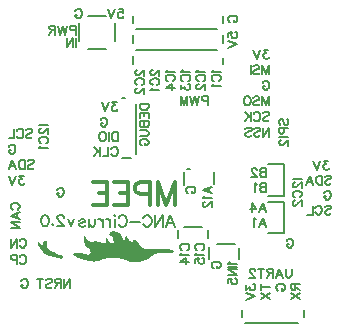
<source format=gbo>
G04 Layer: BottomSilkscreenLayer*
G04 EasyEDA v6.5.40, 2024-02-04 21:12:00*
G04 47bb9c72da8d420c99b3d15ae168fc4e,2e16165ee3bb4678bfb3015e44e098b9,10*
G04 Gerber Generator version 0.2*
G04 Scale: 100 percent, Rotated: No, Reflected: No *
G04 Dimensions in millimeters *
G04 leading zeros omitted , absolute positions ,4 integer and 5 decimal *
%FSLAX45Y45*%
%MOMM*%

%ADD10C,0.1500*%
%ADD11C,0.3000*%
%ADD12C,0.2000*%
%ADD13C,0.1750*%

%LPD*%
G36*
X685190Y-1979777D02*
G01*
X679602Y-1980082D01*
X674370Y-1980793D01*
X669594Y-1981911D01*
X665378Y-1983384D01*
X661822Y-1985314D01*
X659028Y-1987651D01*
X657047Y-1990343D01*
X654862Y-1995424D01*
X653796Y-2000046D01*
X653796Y-2004263D01*
X654862Y-2008073D01*
X657047Y-2011527D01*
X660349Y-2014575D01*
X664768Y-2017268D01*
X670255Y-2019604D01*
X675995Y-2022652D01*
X680720Y-2027224D01*
X684225Y-2033117D01*
X686308Y-2040026D01*
X691337Y-2068525D01*
X691692Y-2072690D01*
X691235Y-2076196D01*
X690016Y-2078939D01*
X688136Y-2081022D01*
X685698Y-2082444D01*
X682802Y-2083206D01*
X679551Y-2083358D01*
X676046Y-2082850D01*
X672287Y-2081784D01*
X668477Y-2080158D01*
X664667Y-2077974D01*
X660908Y-2075281D01*
X657301Y-2072030D01*
X653999Y-2068322D01*
X651052Y-2064105D01*
X645515Y-2053336D01*
X642620Y-2048256D01*
X639775Y-2044192D01*
X637082Y-2041194D01*
X634593Y-2039213D01*
X632358Y-2038299D01*
X630326Y-2038451D01*
X628599Y-2039721D01*
X627227Y-2042007D01*
X626160Y-2045360D01*
X625551Y-2049830D01*
X625195Y-2061159D01*
X624789Y-2066036D01*
X624078Y-2070049D01*
X622858Y-2073198D01*
X621182Y-2075586D01*
X618896Y-2077212D01*
X615950Y-2078177D01*
X612241Y-2078431D01*
X607669Y-2078075D01*
X602234Y-2077110D01*
X571500Y-2069084D01*
X556971Y-2065883D01*
X550621Y-2064715D01*
X539699Y-2063394D01*
X535178Y-2063242D01*
X531368Y-2063394D01*
X528167Y-2063851D01*
X525678Y-2064664D01*
X521004Y-2067712D01*
X517550Y-2068931D01*
X513638Y-2069439D01*
X509320Y-2069338D01*
X504698Y-2068626D01*
X499872Y-2067356D01*
X494842Y-2065578D01*
X489762Y-2063292D01*
X484682Y-2060549D01*
X479653Y-2057450D01*
X474827Y-2053945D01*
X470204Y-2050084D01*
X465886Y-2045970D01*
X461975Y-2041550D01*
X458520Y-2036978D01*
X451815Y-2026005D01*
X448208Y-2021839D01*
X444906Y-2019655D01*
X441959Y-2019401D01*
X439470Y-2021027D01*
X437591Y-2024583D01*
X436372Y-2030018D01*
X435965Y-2037283D01*
X436219Y-2043125D01*
X436930Y-2049627D01*
X438048Y-2056536D01*
X441350Y-2070862D01*
X443331Y-2077923D01*
X445516Y-2084578D01*
X447801Y-2090724D01*
X450138Y-2096109D01*
X452475Y-2100580D01*
X454710Y-2103882D01*
X456895Y-2105914D01*
X462280Y-2109419D01*
X467258Y-2113076D01*
X471779Y-2116836D01*
X475945Y-2120646D01*
X479653Y-2124557D01*
X482955Y-2128469D01*
X485851Y-2132380D01*
X488289Y-2136292D01*
X490372Y-2140153D01*
X492048Y-2143912D01*
X493268Y-2147620D01*
X494131Y-2151176D01*
X494538Y-2154580D01*
X494588Y-2157882D01*
X494233Y-2160930D01*
X493420Y-2163775D01*
X492251Y-2166366D01*
X490677Y-2168702D01*
X488696Y-2170734D01*
X486359Y-2172462D01*
X483616Y-2173884D01*
X480415Y-2174900D01*
X476910Y-2175510D01*
X472948Y-2175713D01*
X468630Y-2175510D01*
X463905Y-2174798D01*
X458774Y-2173630D01*
X448309Y-2170480D01*
X442163Y-2169160D01*
X435101Y-2168042D01*
X418947Y-2166264D01*
X401421Y-2165197D01*
X384098Y-2164892D01*
X368503Y-2165248D01*
X361848Y-2165756D01*
X356209Y-2166467D01*
X351790Y-2167331D01*
X348792Y-2168448D01*
X347370Y-2169769D01*
X346913Y-2171954D01*
X347167Y-2174240D01*
X348081Y-2176576D01*
X349605Y-2178964D01*
X351790Y-2181402D01*
X354533Y-2183942D01*
X357784Y-2186482D01*
X365810Y-2191613D01*
X375666Y-2196795D01*
X386994Y-2201926D01*
X399592Y-2206955D01*
X413207Y-2211781D01*
X427583Y-2216353D01*
X442417Y-2220569D01*
X457504Y-2224379D01*
X472541Y-2227732D01*
X487324Y-2230526D01*
X501497Y-2232660D01*
X514908Y-2234082D01*
X527253Y-2234742D01*
X538276Y-2234539D01*
X543255Y-2234133D01*
X547725Y-2233422D01*
X551789Y-2232507D01*
X555345Y-2231339D01*
X562813Y-2227427D01*
X572160Y-2222906D01*
X582168Y-2218791D01*
X592734Y-2215184D01*
X603808Y-2211984D01*
X615340Y-2209292D01*
X627278Y-2207006D01*
X639521Y-2205228D01*
X652018Y-2203856D01*
X664768Y-2202992D01*
X677621Y-2202535D01*
X690524Y-2202586D01*
X703427Y-2203043D01*
X716330Y-2204008D01*
X729081Y-2205380D01*
X741680Y-2207209D01*
X754024Y-2209546D01*
X766064Y-2212289D01*
X777748Y-2215489D01*
X788974Y-2219147D01*
X799744Y-2223262D01*
X809904Y-2227884D01*
X818743Y-2232202D01*
X823010Y-2233828D01*
X827633Y-2235250D01*
X837844Y-2237536D01*
X849071Y-2238959D01*
X861161Y-2239670D01*
X873861Y-2239670D01*
X887018Y-2238908D01*
X900430Y-2237536D01*
X913841Y-2235504D01*
X927100Y-2232863D01*
X939952Y-2229662D01*
X952246Y-2225903D01*
X963777Y-2221585D01*
X969213Y-2219299D01*
X974344Y-2216861D01*
X983640Y-2211628D01*
X987806Y-2208885D01*
X991616Y-2205990D01*
X1010310Y-2189073D01*
X1019149Y-2181910D01*
X1023366Y-2178913D01*
X1031748Y-2173935D01*
X1036066Y-2171954D01*
X1040485Y-2170226D01*
X1045108Y-2168804D01*
X1050086Y-2167585D01*
X1055370Y-2166569D01*
X1067257Y-2165146D01*
X1081328Y-2164334D01*
X1149858Y-2163267D01*
X1169009Y-2162759D01*
X1182217Y-2161794D01*
X1186942Y-2161133D01*
X1190650Y-2160270D01*
X1193393Y-2159203D01*
X1195324Y-2157933D01*
X1196594Y-2156409D01*
X1197356Y-2154580D01*
X1197762Y-2152497D01*
X1197864Y-2147316D01*
X1197559Y-2145538D01*
X1196594Y-2143861D01*
X1195070Y-2142236D01*
X1192936Y-2140661D01*
X1186992Y-2137714D01*
X1179017Y-2135073D01*
X1169162Y-2132685D01*
X1157630Y-2130653D01*
X1144574Y-2128926D01*
X1130249Y-2127554D01*
X1114806Y-2126589D01*
X1098397Y-2126030D01*
X1081227Y-2125878D01*
X1063498Y-2126132D01*
X1045362Y-2126894D01*
X1010107Y-2129180D01*
X994511Y-2129332D01*
X987247Y-2129129D01*
X973632Y-2128012D01*
X967282Y-2127148D01*
X961186Y-2126030D01*
X955446Y-2124710D01*
X949960Y-2123135D01*
X944727Y-2121357D01*
X935126Y-2117039D01*
X930656Y-2114499D01*
X926439Y-2111705D01*
X922477Y-2108708D01*
X918718Y-2105456D01*
X915162Y-2101900D01*
X911860Y-2098141D01*
X908710Y-2094077D01*
X905764Y-2089759D01*
X903020Y-2085187D01*
X896264Y-2072843D01*
X891844Y-2066442D01*
X887221Y-2061057D01*
X882497Y-2056790D01*
X877722Y-2053589D01*
X873048Y-2051557D01*
X868527Y-2050694D01*
X864209Y-2051050D01*
X860247Y-2052624D01*
X856742Y-2055418D01*
X853694Y-2059482D01*
X848766Y-2070760D01*
X846531Y-2073198D01*
X844092Y-2072436D01*
X838301Y-2064969D01*
X834948Y-2062124D01*
X831392Y-2060143D01*
X828141Y-2059432D01*
X824534Y-2057755D01*
X820115Y-2053132D01*
X815390Y-2046325D01*
X807872Y-2031847D01*
X804824Y-2027021D01*
X801827Y-2023465D01*
X799033Y-2021230D01*
X796442Y-2020163D01*
X794105Y-2020366D01*
X792073Y-2021738D01*
X790448Y-2024278D01*
X789228Y-2028037D01*
X788466Y-2032914D01*
X788263Y-2038908D01*
X789279Y-2054047D01*
X789482Y-2060600D01*
X789330Y-2065070D01*
X788771Y-2066696D01*
X785876Y-2065832D01*
X782523Y-2063496D01*
X778916Y-2059838D01*
X775208Y-2055114D01*
X771601Y-2049525D01*
X768146Y-2043277D01*
X765098Y-2036572D01*
X760679Y-2024684D01*
X758291Y-2019655D01*
X755446Y-2014728D01*
X752246Y-2009902D01*
X748690Y-2005380D01*
X744829Y-2001113D01*
X740816Y-1997252D01*
X736600Y-1993900D01*
X731926Y-1990852D01*
X726795Y-1988210D01*
X721258Y-1985873D01*
X715416Y-1983943D01*
X709371Y-1982368D01*
X703275Y-1981149D01*
X697128Y-1980285D01*
X691083Y-1979828D01*
G37*
G36*
X119075Y-2059939D02*
G01*
X115620Y-2060092D01*
X110947Y-2060752D01*
X106578Y-2061718D01*
X102870Y-2063191D01*
X99669Y-2065426D01*
X96824Y-2068575D01*
X94132Y-2072843D01*
X91490Y-2078482D01*
X88747Y-2085644D01*
X85750Y-2094534D01*
X84328Y-2094484D01*
X81127Y-2092452D01*
X76555Y-2088845D01*
X67005Y-2080310D01*
X63347Y-2077415D01*
X60045Y-2075281D01*
X57150Y-2073910D01*
X54660Y-2073198D01*
X52578Y-2073148D01*
X50850Y-2073656D01*
X49580Y-2074773D01*
X48615Y-2076348D01*
X48056Y-2078431D01*
X47904Y-2080971D01*
X48056Y-2083917D01*
X49479Y-2090775D01*
X52324Y-2098802D01*
X56540Y-2107539D01*
X62128Y-2116785D01*
X65379Y-2121458D01*
X72847Y-2130755D01*
X91338Y-2150668D01*
X98755Y-2159508D01*
X103479Y-2165959D01*
X106426Y-2170785D01*
X109372Y-2173122D01*
X112979Y-2174697D01*
X121716Y-2175814D01*
X127762Y-2177288D01*
X134213Y-2179472D01*
X144221Y-2183892D01*
X153974Y-2187752D01*
X165862Y-2191766D01*
X179171Y-2195830D01*
X193192Y-2199741D01*
X207162Y-2203297D01*
X220471Y-2206345D01*
X232359Y-2208682D01*
X242163Y-2210155D01*
X249123Y-2210612D01*
X251307Y-2210358D01*
X256032Y-2208784D01*
X259740Y-2206650D01*
X262382Y-2204008D01*
X264109Y-2201011D01*
X264871Y-2197862D01*
X264668Y-2194610D01*
X263601Y-2191512D01*
X261670Y-2188616D01*
X258876Y-2186076D01*
X255320Y-2184095D01*
X250952Y-2182774D01*
X241503Y-2181961D01*
X236829Y-2181047D01*
X231851Y-2179726D01*
X226771Y-2177999D01*
X221691Y-2175865D01*
X216814Y-2173478D01*
X212293Y-2170836D01*
X200761Y-2162606D01*
X193548Y-2158085D01*
X187502Y-2154986D01*
X183438Y-2153818D01*
X178358Y-2153361D01*
X173380Y-2152446D01*
X168452Y-2151024D01*
X163728Y-2149195D01*
X159105Y-2146960D01*
X154635Y-2144369D01*
X150368Y-2141372D01*
X146304Y-2138070D01*
X142494Y-2134463D01*
X138938Y-2130552D01*
X135686Y-2126437D01*
X132740Y-2122068D01*
X130098Y-2117547D01*
X127812Y-2112822D01*
X125933Y-2107946D01*
X124409Y-2102967D01*
X123291Y-2097938D01*
X122682Y-2092807D01*
X122478Y-2087625D01*
X124002Y-2068931D01*
X123850Y-2064766D01*
X123088Y-2062022D01*
X121564Y-2060498D01*
G37*
D10*
X2476385Y-1771680D02*
G01*
X2483657Y-1764405D01*
X2494567Y-1760771D01*
X2509113Y-1760771D01*
X2520022Y-1764405D01*
X2527294Y-1771680D01*
X2527294Y-1778952D01*
X2523657Y-1786224D01*
X2520022Y-1789861D01*
X2512748Y-1793496D01*
X2490932Y-1800771D01*
X2483657Y-1804405D01*
X2480022Y-1808043D01*
X2476385Y-1815315D01*
X2476385Y-1826224D01*
X2483657Y-1833496D01*
X2494567Y-1837133D01*
X2509113Y-1837133D01*
X2520022Y-1833496D01*
X2527294Y-1826224D01*
X2397841Y-1778952D02*
G01*
X2401476Y-1771680D01*
X2408750Y-1764405D01*
X2416022Y-1760771D01*
X2430566Y-1760771D01*
X2437841Y-1764405D01*
X2445113Y-1771680D01*
X2448750Y-1778952D01*
X2452385Y-1789861D01*
X2452385Y-1808043D01*
X2448750Y-1818952D01*
X2445113Y-1826224D01*
X2437841Y-1833496D01*
X2430566Y-1837133D01*
X2416022Y-1837133D01*
X2408750Y-1833496D01*
X2401476Y-1826224D01*
X2397841Y-1818952D01*
X2373840Y-1760771D02*
G01*
X2373840Y-1837133D01*
X2373840Y-1837133D02*
G01*
X2330203Y-1837133D01*
X2472748Y-1651952D02*
G01*
X2476385Y-1644680D01*
X2483657Y-1637405D01*
X2490932Y-1633771D01*
X2505476Y-1633771D01*
X2512748Y-1637405D01*
X2520022Y-1644680D01*
X2523657Y-1651952D01*
X2527294Y-1662861D01*
X2527294Y-1681043D01*
X2523657Y-1691952D01*
X2520022Y-1699224D01*
X2512748Y-1706496D01*
X2505476Y-1710133D01*
X2490932Y-1710133D01*
X2483657Y-1706496D01*
X2476385Y-1699224D01*
X2472748Y-1691952D01*
X2472748Y-1681043D01*
X2490932Y-1681043D02*
G01*
X2472748Y-1681043D01*
X2476385Y-1517680D02*
G01*
X2483657Y-1510405D01*
X2494567Y-1506771D01*
X2509113Y-1506771D01*
X2520022Y-1510405D01*
X2527294Y-1517680D01*
X2527294Y-1524952D01*
X2523657Y-1532224D01*
X2520022Y-1535861D01*
X2512748Y-1539496D01*
X2490932Y-1546771D01*
X2483657Y-1550405D01*
X2480022Y-1554043D01*
X2476385Y-1561315D01*
X2476385Y-1572224D01*
X2483657Y-1579496D01*
X2494567Y-1583133D01*
X2509113Y-1583133D01*
X2520022Y-1579496D01*
X2527294Y-1572224D01*
X2452385Y-1506771D02*
G01*
X2452385Y-1583133D01*
X2452385Y-1506771D02*
G01*
X2426931Y-1506771D01*
X2416022Y-1510405D01*
X2408750Y-1517680D01*
X2405113Y-1524952D01*
X2401476Y-1535861D01*
X2401476Y-1554043D01*
X2405113Y-1564952D01*
X2408750Y-1572224D01*
X2416022Y-1579496D01*
X2426931Y-1583133D01*
X2452385Y-1583133D01*
X2348384Y-1506771D02*
G01*
X2377478Y-1583133D01*
X2348384Y-1506771D02*
G01*
X2319294Y-1583133D01*
X2366568Y-1557680D02*
G01*
X2330203Y-1557680D01*
X2507322Y-1379771D02*
G01*
X2467322Y-1379771D01*
X2489141Y-1408861D01*
X2478232Y-1408861D01*
X2470957Y-1412497D01*
X2467322Y-1416133D01*
X2463685Y-1427043D01*
X2463685Y-1434315D01*
X2467322Y-1445224D01*
X2474595Y-1452496D01*
X2485504Y-1456133D01*
X2496413Y-1456133D01*
X2507322Y-1452496D01*
X2510957Y-1448861D01*
X2514594Y-1441587D01*
X2439685Y-1379771D02*
G01*
X2410595Y-1456133D01*
X2381504Y-1379771D02*
G01*
X2410595Y-1456133D01*
X2205225Y-1536702D02*
G01*
X2281679Y-1536702D01*
X2223513Y-1564388D02*
G01*
X2219703Y-1564388D01*
X2212591Y-1567944D01*
X2208781Y-1571500D01*
X2205225Y-1578866D01*
X2205225Y-1593344D01*
X2208781Y-1600710D01*
X2212591Y-1604266D01*
X2219703Y-1608076D01*
X2227069Y-1608076D01*
X2234435Y-1604266D01*
X2245357Y-1597154D01*
X2281679Y-1560578D01*
X2281679Y-1611632D01*
X2223513Y-1690118D02*
G01*
X2216147Y-1686562D01*
X2208781Y-1679196D01*
X2205225Y-1672084D01*
X2205225Y-1657352D01*
X2208781Y-1650240D01*
X2216147Y-1642874D01*
X2223513Y-1639318D01*
X2234435Y-1635508D01*
X2252469Y-1635508D01*
X2263391Y-1639318D01*
X2270757Y-1642874D01*
X2277869Y-1650240D01*
X2281679Y-1657352D01*
X2281679Y-1672084D01*
X2277869Y-1679196D01*
X2270757Y-1686562D01*
X2263391Y-1690118D01*
X2223513Y-1717804D02*
G01*
X2219703Y-1717804D01*
X2212591Y-1721360D01*
X2208781Y-1725170D01*
X2205225Y-1732282D01*
X2205225Y-1746760D01*
X2208781Y-1754126D01*
X2212591Y-1757682D01*
X2219703Y-1761492D01*
X2227069Y-1761492D01*
X2234435Y-1757682D01*
X2245357Y-1750570D01*
X2281679Y-1714248D01*
X2281679Y-1765048D01*
X2006594Y-1100371D02*
G01*
X2006594Y-1176733D01*
X2006594Y-1100371D02*
G01*
X1955685Y-1176733D01*
X1955685Y-1100371D02*
G01*
X1955685Y-1176733D01*
X1880776Y-1111280D02*
G01*
X1888050Y-1104005D01*
X1898959Y-1100371D01*
X1913503Y-1100371D01*
X1924413Y-1104005D01*
X1931685Y-1111280D01*
X1931685Y-1118552D01*
X1928050Y-1125824D01*
X1924413Y-1129461D01*
X1917141Y-1133096D01*
X1895322Y-1140371D01*
X1888050Y-1144005D01*
X1884413Y-1147643D01*
X1880776Y-1154915D01*
X1880776Y-1165824D01*
X1888050Y-1173096D01*
X1898959Y-1176733D01*
X1913503Y-1176733D01*
X1924413Y-1173096D01*
X1931685Y-1165824D01*
X1805868Y-1111280D02*
G01*
X1813140Y-1104005D01*
X1824050Y-1100371D01*
X1838594Y-1100371D01*
X1849503Y-1104005D01*
X1856778Y-1111280D01*
X1856778Y-1118552D01*
X1853140Y-1125824D01*
X1849503Y-1129461D01*
X1842231Y-1133096D01*
X1820412Y-1140371D01*
X1813140Y-1144005D01*
X1809503Y-1147643D01*
X1805868Y-1154915D01*
X1805868Y-1165824D01*
X1813140Y-1173096D01*
X1824050Y-1176733D01*
X1838594Y-1176733D01*
X1849503Y-1173096D01*
X1856778Y-1165824D01*
X1955685Y-979200D02*
G01*
X1962957Y-971925D01*
X1973867Y-968291D01*
X1988413Y-968291D01*
X1999322Y-971925D01*
X2006594Y-979200D01*
X2006594Y-986472D01*
X2002957Y-993744D01*
X1999322Y-997381D01*
X1992048Y-1001016D01*
X1970232Y-1008291D01*
X1962957Y-1011925D01*
X1959322Y-1015563D01*
X1955685Y-1022835D01*
X1955685Y-1033744D01*
X1962957Y-1041016D01*
X1973867Y-1044653D01*
X1988413Y-1044653D01*
X1999322Y-1041016D01*
X2006594Y-1033744D01*
X1877141Y-986472D02*
G01*
X1880776Y-979200D01*
X1888050Y-971925D01*
X1895322Y-968291D01*
X1909866Y-968291D01*
X1917141Y-971925D01*
X1924413Y-979200D01*
X1928050Y-986472D01*
X1931685Y-997381D01*
X1931685Y-1015563D01*
X1928050Y-1026472D01*
X1924413Y-1033744D01*
X1917141Y-1041016D01*
X1909866Y-1044653D01*
X1895322Y-1044653D01*
X1888050Y-1041016D01*
X1880776Y-1033744D01*
X1877141Y-1026472D01*
X1853140Y-968291D02*
G01*
X1853140Y-1044653D01*
X1802231Y-968291D02*
G01*
X1853140Y-1019200D01*
X1834959Y-1001016D02*
G01*
X1802231Y-1044653D01*
X2006594Y-836211D02*
G01*
X2006594Y-912573D01*
X2006594Y-836211D02*
G01*
X1977504Y-912573D01*
X1948413Y-836211D02*
G01*
X1977504Y-912573D01*
X1948413Y-836211D02*
G01*
X1948413Y-912573D01*
X1873504Y-847120D02*
G01*
X1880776Y-839845D01*
X1891685Y-836211D01*
X1906231Y-836211D01*
X1917141Y-839845D01*
X1924413Y-847120D01*
X1924413Y-854392D01*
X1920775Y-861664D01*
X1917141Y-865301D01*
X1909866Y-868936D01*
X1888050Y-876211D01*
X1880776Y-879845D01*
X1877141Y-883483D01*
X1873504Y-890755D01*
X1873504Y-901664D01*
X1880776Y-908936D01*
X1891685Y-912573D01*
X1906231Y-912573D01*
X1917141Y-908936D01*
X1924413Y-901664D01*
X1827684Y-836211D02*
G01*
X1834959Y-839845D01*
X1842231Y-847120D01*
X1845868Y-854392D01*
X1849503Y-865301D01*
X1849503Y-883483D01*
X1845868Y-894392D01*
X1842231Y-901664D01*
X1834959Y-908936D01*
X1827684Y-912573D01*
X1813140Y-912573D01*
X1805868Y-908936D01*
X1798594Y-901664D01*
X1794959Y-894392D01*
X1791322Y-883483D01*
X1791322Y-865301D01*
X1794959Y-854392D01*
X1798594Y-847120D01*
X1805868Y-839845D01*
X1813140Y-836211D01*
X1827684Y-836211D01*
X1952048Y-722312D02*
G01*
X1955685Y-715040D01*
X1962957Y-707765D01*
X1970232Y-704131D01*
X1984776Y-704131D01*
X1992048Y-707765D01*
X1999322Y-715040D01*
X2002957Y-722312D01*
X2006594Y-733221D01*
X2006594Y-751403D01*
X2002957Y-762312D01*
X1999322Y-769584D01*
X1992048Y-776856D01*
X1984776Y-780493D01*
X1970232Y-780493D01*
X1962957Y-776856D01*
X1955685Y-769584D01*
X1952048Y-762312D01*
X1952048Y-751403D01*
X1970232Y-751403D02*
G01*
X1952048Y-751403D01*
X2006594Y-572053D02*
G01*
X2006594Y-648416D01*
X2006594Y-572053D02*
G01*
X1977504Y-648416D01*
X1948413Y-572053D02*
G01*
X1977504Y-648416D01*
X1948413Y-572053D02*
G01*
X1948413Y-648416D01*
X1873504Y-582963D02*
G01*
X1880776Y-575688D01*
X1891685Y-572053D01*
X1906231Y-572053D01*
X1917141Y-575688D01*
X1924413Y-582963D01*
X1924413Y-590235D01*
X1920775Y-597507D01*
X1917141Y-601144D01*
X1909866Y-604779D01*
X1888050Y-612053D01*
X1880776Y-615688D01*
X1877141Y-619325D01*
X1873504Y-626597D01*
X1873504Y-637506D01*
X1880776Y-644779D01*
X1891685Y-648416D01*
X1906231Y-648416D01*
X1917141Y-644779D01*
X1924413Y-637506D01*
X1849503Y-572053D02*
G01*
X1849503Y-648416D01*
X1999322Y-439973D02*
G01*
X1959322Y-439973D01*
X1981141Y-469064D01*
X1970232Y-469064D01*
X1962957Y-472699D01*
X1959322Y-476336D01*
X1955685Y-487245D01*
X1955685Y-494517D01*
X1959322Y-505426D01*
X1966595Y-512698D01*
X1977504Y-516336D01*
X1988413Y-516336D01*
X1999322Y-512698D01*
X2002957Y-509064D01*
X2006594Y-501789D01*
X1931685Y-439973D02*
G01*
X1902594Y-516336D01*
X1873504Y-439973D02*
G01*
X1902594Y-516336D01*
X889952Y-613237D02*
G01*
X886315Y-613237D01*
X879043Y-616872D01*
X875405Y-620509D01*
X871771Y-627781D01*
X871771Y-642327D01*
X875405Y-649599D01*
X879043Y-653237D01*
X886315Y-656871D01*
X893587Y-656871D01*
X900861Y-653237D01*
X911771Y-645962D01*
X948133Y-609600D01*
X948133Y-660509D01*
X889952Y-739053D02*
G01*
X882680Y-735418D01*
X875405Y-728144D01*
X871771Y-720872D01*
X871771Y-706328D01*
X875405Y-699053D01*
X882680Y-691781D01*
X889952Y-688144D01*
X900861Y-684509D01*
X919043Y-684509D01*
X929952Y-688144D01*
X937224Y-691781D01*
X944496Y-699053D01*
X948133Y-706328D01*
X948133Y-720872D01*
X944496Y-728144D01*
X937224Y-735418D01*
X929952Y-739053D01*
X889952Y-766691D02*
G01*
X886315Y-766691D01*
X879043Y-770326D01*
X875405Y-773963D01*
X871771Y-781235D01*
X871771Y-795781D01*
X875405Y-803054D01*
X879043Y-806691D01*
X886315Y-810326D01*
X893587Y-810326D01*
X900861Y-806691D01*
X911771Y-799416D01*
X948133Y-763054D01*
X948133Y-813963D01*
X1019492Y-613237D02*
G01*
X1015855Y-613237D01*
X1008583Y-616872D01*
X1004945Y-620509D01*
X1001311Y-627781D01*
X1001311Y-642327D01*
X1004945Y-649599D01*
X1008583Y-653237D01*
X1015855Y-656871D01*
X1023127Y-656871D01*
X1030401Y-653237D01*
X1041311Y-645962D01*
X1077673Y-609600D01*
X1077673Y-660509D01*
X1019492Y-739053D02*
G01*
X1012220Y-735418D01*
X1004945Y-728144D01*
X1001311Y-720872D01*
X1001311Y-706328D01*
X1004945Y-699053D01*
X1012220Y-691781D01*
X1019492Y-688144D01*
X1030401Y-684509D01*
X1048583Y-684509D01*
X1059492Y-688144D01*
X1066764Y-691781D01*
X1074036Y-699053D01*
X1077673Y-706328D01*
X1077673Y-720872D01*
X1074036Y-728144D01*
X1066764Y-735418D01*
X1059492Y-739053D01*
X1015855Y-763054D02*
G01*
X1012220Y-770326D01*
X1001311Y-781235D01*
X1077673Y-781235D01*
X1145395Y-609600D02*
G01*
X1141760Y-616872D01*
X1130851Y-627781D01*
X1207213Y-627781D01*
X1149032Y-706328D02*
G01*
X1141760Y-702690D01*
X1134485Y-695418D01*
X1130851Y-688144D01*
X1130851Y-673600D01*
X1134485Y-666328D01*
X1141760Y-659053D01*
X1149032Y-655419D01*
X1159941Y-651781D01*
X1178123Y-651781D01*
X1189032Y-655419D01*
X1196304Y-659053D01*
X1203576Y-666328D01*
X1207213Y-673600D01*
X1207213Y-688144D01*
X1203576Y-695418D01*
X1196304Y-702690D01*
X1189032Y-706328D01*
X1130851Y-766691D02*
G01*
X1181760Y-730326D01*
X1181760Y-784872D01*
X1130851Y-766691D02*
G01*
X1207213Y-766691D01*
X1274935Y-609600D02*
G01*
X1271300Y-616872D01*
X1260391Y-627781D01*
X1336753Y-627781D01*
X1278572Y-706328D02*
G01*
X1271300Y-702690D01*
X1264025Y-695418D01*
X1260391Y-688144D01*
X1260391Y-673600D01*
X1264025Y-666328D01*
X1271300Y-659053D01*
X1278572Y-655419D01*
X1289481Y-651781D01*
X1307663Y-651781D01*
X1318572Y-655419D01*
X1325844Y-659053D01*
X1333116Y-666328D01*
X1336753Y-673600D01*
X1336753Y-688144D01*
X1333116Y-695418D01*
X1325844Y-702690D01*
X1318572Y-706328D01*
X1260391Y-737600D02*
G01*
X1260391Y-777600D01*
X1289481Y-755782D01*
X1289481Y-766691D01*
X1293116Y-773963D01*
X1296753Y-777600D01*
X1307663Y-781235D01*
X1314935Y-781235D01*
X1325844Y-777600D01*
X1333116Y-770326D01*
X1336753Y-759416D01*
X1336753Y-748510D01*
X1333116Y-737600D01*
X1329481Y-733963D01*
X1322207Y-730326D01*
X1404475Y-609600D02*
G01*
X1400840Y-616872D01*
X1389931Y-627781D01*
X1466293Y-627781D01*
X1408112Y-706328D02*
G01*
X1400840Y-702690D01*
X1393565Y-695418D01*
X1389931Y-688144D01*
X1389931Y-673600D01*
X1393565Y-666328D01*
X1400840Y-659053D01*
X1408112Y-655419D01*
X1419021Y-651781D01*
X1437203Y-651781D01*
X1448112Y-655419D01*
X1455384Y-659053D01*
X1462656Y-666328D01*
X1466293Y-673600D01*
X1466293Y-688144D01*
X1462656Y-695418D01*
X1455384Y-702690D01*
X1448112Y-706328D01*
X1408112Y-733963D02*
G01*
X1404475Y-733963D01*
X1397203Y-737600D01*
X1393565Y-741235D01*
X1389931Y-748510D01*
X1389931Y-763054D01*
X1393565Y-770326D01*
X1397203Y-773963D01*
X1404475Y-777600D01*
X1411747Y-777600D01*
X1419021Y-773963D01*
X1429931Y-766691D01*
X1466293Y-730326D01*
X1466293Y-781235D01*
X1534015Y-609600D02*
G01*
X1530380Y-616872D01*
X1519471Y-627781D01*
X1595833Y-627781D01*
X1537652Y-706328D02*
G01*
X1530380Y-702690D01*
X1523105Y-695418D01*
X1519471Y-688144D01*
X1519471Y-673600D01*
X1523105Y-666328D01*
X1530380Y-659053D01*
X1537652Y-655419D01*
X1548561Y-651781D01*
X1566743Y-651781D01*
X1577652Y-655419D01*
X1584924Y-659053D01*
X1592196Y-666328D01*
X1595833Y-673600D01*
X1595833Y-688144D01*
X1592196Y-695418D01*
X1584924Y-702690D01*
X1577652Y-706328D01*
X1534015Y-730326D02*
G01*
X1530380Y-737600D01*
X1519471Y-748510D01*
X1595833Y-748510D01*
X1659171Y-335737D02*
G01*
X1659171Y-299372D01*
X1691896Y-295737D01*
X1688261Y-299372D01*
X1684624Y-310281D01*
X1684624Y-321190D01*
X1688261Y-332099D01*
X1695533Y-339371D01*
X1706443Y-343009D01*
X1713715Y-343009D01*
X1724624Y-339371D01*
X1731896Y-332099D01*
X1735533Y-321190D01*
X1735533Y-310281D01*
X1731896Y-299372D01*
X1728261Y-295737D01*
X1720987Y-292100D01*
X1659171Y-367009D02*
G01*
X1735533Y-396100D01*
X1659171Y-425190D02*
G01*
X1735533Y-396100D01*
X1677352Y-206946D02*
G01*
X1670080Y-203309D01*
X1662805Y-196037D01*
X1659171Y-188762D01*
X1659171Y-174218D01*
X1662805Y-166946D01*
X1670080Y-159672D01*
X1677352Y-156037D01*
X1688261Y-152400D01*
X1706443Y-152400D01*
X1717352Y-156037D01*
X1724624Y-159672D01*
X1731896Y-166946D01*
X1735533Y-174218D01*
X1735533Y-188762D01*
X1731896Y-196037D01*
X1724624Y-203309D01*
X1717352Y-206946D01*
X1706443Y-206946D01*
X1706443Y-188762D02*
G01*
X1706443Y-206946D01*
X1443271Y-1629288D02*
G01*
X1519633Y-1600197D01*
X1443271Y-1629288D02*
G01*
X1519633Y-1658378D01*
X1494180Y-1611106D02*
G01*
X1494180Y-1647469D01*
X1457815Y-1682379D02*
G01*
X1454180Y-1689651D01*
X1443271Y-1700560D01*
X1519633Y-1700560D01*
X1461452Y-1728198D02*
G01*
X1457815Y-1728198D01*
X1450543Y-1731832D01*
X1446905Y-1735470D01*
X1443271Y-1742742D01*
X1443271Y-1757288D01*
X1446905Y-1764560D01*
X1450543Y-1768198D01*
X1457815Y-1771832D01*
X1465087Y-1771832D01*
X1472361Y-1768198D01*
X1483271Y-1760923D01*
X1519633Y-1724560D01*
X1519633Y-1775470D01*
X1321752Y-1654743D02*
G01*
X1314480Y-1651106D01*
X1307205Y-1643834D01*
X1303571Y-1636560D01*
X1303571Y-1622016D01*
X1307205Y-1614744D01*
X1314480Y-1607469D01*
X1321752Y-1603834D01*
X1332661Y-1600197D01*
X1350843Y-1600197D01*
X1361752Y-1603834D01*
X1369024Y-1607469D01*
X1376296Y-1614744D01*
X1379933Y-1622016D01*
X1379933Y-1636560D01*
X1376296Y-1643834D01*
X1369024Y-1651106D01*
X1361752Y-1654743D01*
X1350843Y-1654743D01*
X1350843Y-1636560D02*
G01*
X1350843Y-1654743D01*
X1952104Y-1862368D02*
G01*
X1981194Y-1938731D01*
X1952104Y-1862368D02*
G01*
X1923013Y-1938731D01*
X1970285Y-1913277D02*
G01*
X1933922Y-1913277D01*
X1899013Y-1876912D02*
G01*
X1891741Y-1873277D01*
X1880831Y-1862368D01*
X1880831Y-1938731D01*
X1952104Y-1735371D02*
G01*
X1981194Y-1811733D01*
X1952104Y-1735371D02*
G01*
X1923013Y-1811733D01*
X1970285Y-1786280D02*
G01*
X1933922Y-1786280D01*
X1862650Y-1735371D02*
G01*
X1899013Y-1786280D01*
X1844466Y-1786280D01*
X1862650Y-1735371D02*
G01*
X1862650Y-1811733D01*
X1981194Y-1570271D02*
G01*
X1981194Y-1646633D01*
X1981194Y-1570271D02*
G01*
X1948467Y-1570271D01*
X1937557Y-1573905D01*
X1933922Y-1577543D01*
X1930285Y-1584815D01*
X1930285Y-1592087D01*
X1933922Y-1599361D01*
X1937557Y-1602996D01*
X1948467Y-1606633D01*
X1981194Y-1606633D02*
G01*
X1948467Y-1606633D01*
X1937557Y-1610271D01*
X1933922Y-1613905D01*
X1930285Y-1621180D01*
X1930285Y-1632087D01*
X1933922Y-1639361D01*
X1937557Y-1642996D01*
X1948467Y-1646633D01*
X1981194Y-1646633D01*
X1906285Y-1584815D02*
G01*
X1899013Y-1581180D01*
X1888103Y-1570271D01*
X1888103Y-1646633D01*
X1981194Y-1443271D02*
G01*
X1981194Y-1519633D01*
X1981194Y-1443271D02*
G01*
X1948467Y-1443271D01*
X1937557Y-1446905D01*
X1933922Y-1450543D01*
X1930285Y-1457815D01*
X1930285Y-1465087D01*
X1933922Y-1472361D01*
X1937557Y-1475996D01*
X1948467Y-1479633D01*
X1981194Y-1479633D02*
G01*
X1948467Y-1479633D01*
X1937557Y-1483271D01*
X1933922Y-1486905D01*
X1930285Y-1494180D01*
X1930285Y-1505087D01*
X1933922Y-1512361D01*
X1937557Y-1515996D01*
X1948467Y-1519633D01*
X1981194Y-1519633D01*
X1902650Y-1461452D02*
G01*
X1902650Y-1457815D01*
X1899013Y-1450543D01*
X1895375Y-1446905D01*
X1888103Y-1443271D01*
X1873559Y-1443271D01*
X1866285Y-1446905D01*
X1862650Y-1450543D01*
X1859013Y-1457815D01*
X1859013Y-1465087D01*
X1862650Y-1472361D01*
X1869922Y-1483271D01*
X1906285Y-1519633D01*
X1855376Y-1519633D01*
X731057Y-97073D02*
G01*
X767422Y-97073D01*
X771057Y-129799D01*
X767422Y-126164D01*
X756513Y-122527D01*
X745604Y-122527D01*
X734695Y-126164D01*
X727422Y-133436D01*
X723785Y-144345D01*
X723785Y-151617D01*
X727422Y-162526D01*
X734695Y-169798D01*
X745604Y-173436D01*
X756513Y-173436D01*
X767422Y-169798D01*
X771057Y-166164D01*
X774694Y-158889D01*
X699785Y-97073D02*
G01*
X670694Y-173436D01*
X641604Y-97073D02*
G01*
X670694Y-173436D01*
X364553Y-115255D02*
G01*
X368190Y-107983D01*
X375462Y-100708D01*
X382737Y-97073D01*
X397281Y-97073D01*
X404553Y-100708D01*
X411827Y-107983D01*
X415462Y-115255D01*
X419100Y-126164D01*
X419100Y-144345D01*
X415462Y-155254D01*
X411827Y-162526D01*
X404553Y-169798D01*
X397281Y-173436D01*
X382737Y-173436D01*
X375462Y-169798D01*
X368190Y-162526D01*
X364553Y-155254D01*
X364553Y-144345D01*
X382737Y-144345D02*
G01*
X364553Y-144345D01*
X-92646Y-2401249D02*
G01*
X-89009Y-2393977D01*
X-81737Y-2386703D01*
X-74462Y-2383068D01*
X-59918Y-2383068D01*
X-52646Y-2386703D01*
X-45372Y-2393977D01*
X-41737Y-2401249D01*
X-38100Y-2412159D01*
X-38100Y-2430340D01*
X-41737Y-2441249D01*
X-45372Y-2448521D01*
X-52646Y-2455793D01*
X-59918Y-2459431D01*
X-74462Y-2459431D01*
X-81737Y-2455793D01*
X-89009Y-2448521D01*
X-92646Y-2441249D01*
X-92646Y-2430340D01*
X-74462Y-2430340D02*
G01*
X-92646Y-2430340D01*
X317500Y-2383068D02*
G01*
X317500Y-2459431D01*
X317500Y-2383068D02*
G01*
X266590Y-2459431D01*
X266590Y-2383068D02*
G01*
X266590Y-2459431D01*
X242590Y-2383068D02*
G01*
X242590Y-2459431D01*
X242590Y-2383068D02*
G01*
X209864Y-2383068D01*
X198955Y-2386703D01*
X195318Y-2390340D01*
X191681Y-2397612D01*
X191681Y-2404884D01*
X195318Y-2412159D01*
X198955Y-2415794D01*
X209864Y-2419431D01*
X242590Y-2419431D01*
X217136Y-2419431D02*
G01*
X191681Y-2459431D01*
X116773Y-2393977D02*
G01*
X124045Y-2386703D01*
X134955Y-2383068D01*
X149499Y-2383068D01*
X160408Y-2386703D01*
X167683Y-2393977D01*
X167683Y-2401249D01*
X164045Y-2408521D01*
X160408Y-2412159D01*
X153136Y-2415794D01*
X131318Y-2423068D01*
X124045Y-2426703D01*
X120408Y-2430340D01*
X116773Y-2437612D01*
X116773Y-2448521D01*
X124045Y-2455793D01*
X134955Y-2459431D01*
X149499Y-2459431D01*
X160408Y-2455793D01*
X167683Y-2448521D01*
X67317Y-2383068D02*
G01*
X67317Y-2459431D01*
X92773Y-2383068D02*
G01*
X41864Y-2383068D01*
X1673715Y-2235189D02*
G01*
X1670080Y-2242461D01*
X1659171Y-2253371D01*
X1735533Y-2253371D01*
X1659171Y-2277371D02*
G01*
X1735533Y-2277371D01*
X1659171Y-2301372D02*
G01*
X1735533Y-2301372D01*
X1659171Y-2301372D02*
G01*
X1735533Y-2352281D01*
X1659171Y-2352281D02*
G01*
X1735533Y-2352281D01*
X1659171Y-2419916D02*
G01*
X1659171Y-2383553D01*
X1691896Y-2379916D01*
X1688261Y-2383553D01*
X1684624Y-2394463D01*
X1684624Y-2405372D01*
X1688261Y-2416279D01*
X1695533Y-2423553D01*
X1706443Y-2427188D01*
X1713715Y-2427188D01*
X1724624Y-2423553D01*
X1731896Y-2416279D01*
X1735533Y-2405372D01*
X1735533Y-2394463D01*
X1731896Y-2383553D01*
X1728261Y-2379916D01*
X1720987Y-2376279D01*
X1537649Y-2289736D02*
G01*
X1530377Y-2286099D01*
X1523103Y-2278827D01*
X1519468Y-2271552D01*
X1519468Y-2257008D01*
X1523103Y-2249736D01*
X1530377Y-2242461D01*
X1537649Y-2238827D01*
X1548559Y-2235189D01*
X1566740Y-2235189D01*
X1577649Y-2238827D01*
X1584921Y-2242461D01*
X1592193Y-2249736D01*
X1595831Y-2257008D01*
X1595831Y-2271552D01*
X1592193Y-2278827D01*
X1584921Y-2286099D01*
X1577649Y-2289736D01*
X1566740Y-2289736D01*
X1566740Y-2271552D02*
G01*
X1566740Y-2289736D01*
X1270952Y-2137341D02*
G01*
X1263680Y-2133704D01*
X1256405Y-2126432D01*
X1252771Y-2119157D01*
X1252771Y-2104613D01*
X1256405Y-2097341D01*
X1263680Y-2090066D01*
X1270952Y-2086432D01*
X1281861Y-2082794D01*
X1300043Y-2082794D01*
X1310952Y-2086432D01*
X1318224Y-2090066D01*
X1325496Y-2097341D01*
X1329133Y-2104613D01*
X1329133Y-2119157D01*
X1325496Y-2126432D01*
X1318224Y-2133704D01*
X1310952Y-2137341D01*
X1267315Y-2161339D02*
G01*
X1263680Y-2168613D01*
X1252771Y-2179523D01*
X1329133Y-2179523D01*
X1252771Y-2239886D02*
G01*
X1303680Y-2203521D01*
X1303680Y-2258067D01*
X1252771Y-2239886D02*
G01*
X1329133Y-2239886D01*
X1397952Y-2137341D02*
G01*
X1390680Y-2133704D01*
X1383405Y-2126432D01*
X1379771Y-2119157D01*
X1379771Y-2104613D01*
X1383405Y-2097341D01*
X1390680Y-2090066D01*
X1397952Y-2086432D01*
X1408861Y-2082794D01*
X1427043Y-2082794D01*
X1437952Y-2086432D01*
X1445224Y-2090066D01*
X1452496Y-2097341D01*
X1456133Y-2104613D01*
X1456133Y-2119157D01*
X1452496Y-2126432D01*
X1445224Y-2133704D01*
X1437952Y-2137341D01*
X1394315Y-2161339D02*
G01*
X1390680Y-2168613D01*
X1379771Y-2179523D01*
X1456133Y-2179523D01*
X1379771Y-2247158D02*
G01*
X1379771Y-2210794D01*
X1412497Y-2207158D01*
X1408861Y-2210794D01*
X1405224Y-2221704D01*
X1405224Y-2232611D01*
X1408861Y-2243521D01*
X1416133Y-2250795D01*
X1427043Y-2254430D01*
X1434315Y-2254430D01*
X1445224Y-2250795D01*
X1452496Y-2243521D01*
X1456133Y-2232611D01*
X1456133Y-2221704D01*
X1452496Y-2210794D01*
X1448861Y-2207158D01*
X1441587Y-2203521D01*
X1938568Y-2451148D02*
G01*
X2014931Y-2451148D01*
X1938568Y-2425694D02*
G01*
X1938568Y-2476604D01*
X1938568Y-2500602D02*
G01*
X2014931Y-2551511D01*
X1938568Y-2551511D02*
G01*
X2014931Y-2500602D01*
X2192568Y-2425694D02*
G01*
X2268931Y-2425694D01*
X2192568Y-2425694D02*
G01*
X2192568Y-2458420D01*
X2196203Y-2469329D01*
X2199840Y-2472966D01*
X2207112Y-2476604D01*
X2214384Y-2476604D01*
X2221659Y-2472966D01*
X2225293Y-2469329D01*
X2228931Y-2458420D01*
X2228931Y-2425694D01*
X2228931Y-2451148D02*
G01*
X2268931Y-2476604D01*
X2192568Y-2500602D02*
G01*
X2268931Y-2551511D01*
X2192568Y-2551511D02*
G01*
X2268931Y-2500602D01*
X2083749Y-2480241D02*
G01*
X2076477Y-2476604D01*
X2069203Y-2469332D01*
X2065568Y-2462060D01*
X2065568Y-2447513D01*
X2069203Y-2440241D01*
X2076477Y-2432969D01*
X2083749Y-2429332D01*
X2094659Y-2425694D01*
X2112840Y-2425694D01*
X2123749Y-2429332D01*
X2131021Y-2432969D01*
X2138293Y-2440241D01*
X2141931Y-2447513D01*
X2141931Y-2462060D01*
X2138293Y-2469332D01*
X2131021Y-2476604D01*
X2123749Y-2480241D01*
X2112840Y-2480241D01*
X2112840Y-2462060D02*
G01*
X2112840Y-2480241D01*
X1811571Y-2432966D02*
G01*
X1811571Y-2472966D01*
X1840661Y-2451148D01*
X1840661Y-2462057D01*
X1844297Y-2469332D01*
X1847933Y-2472966D01*
X1858843Y-2476604D01*
X1866115Y-2476604D01*
X1877024Y-2472966D01*
X1884296Y-2465694D01*
X1887933Y-2454785D01*
X1887933Y-2443876D01*
X1884296Y-2432966D01*
X1880661Y-2429332D01*
X1873387Y-2425694D01*
X1811571Y-2500604D02*
G01*
X1887933Y-2529694D01*
X1811571Y-2558785D02*
G01*
X1887933Y-2529694D01*
X669350Y-1283652D02*
G01*
X672988Y-1276380D01*
X680260Y-1269105D01*
X687534Y-1265471D01*
X702078Y-1265471D01*
X709350Y-1269105D01*
X716625Y-1276380D01*
X720260Y-1283652D01*
X723897Y-1294561D01*
X723897Y-1312743D01*
X720260Y-1323652D01*
X716625Y-1330924D01*
X709350Y-1338196D01*
X702078Y-1341833D01*
X687534Y-1341833D01*
X680260Y-1338196D01*
X672988Y-1330924D01*
X669350Y-1323652D01*
X645353Y-1265471D02*
G01*
X645353Y-1341833D01*
X645353Y-1341833D02*
G01*
X601715Y-1341833D01*
X577715Y-1265471D02*
G01*
X577715Y-1341833D01*
X526806Y-1265471D02*
G01*
X577715Y-1316380D01*
X559534Y-1298197D02*
G01*
X526806Y-1341833D01*
X723897Y-1138471D02*
G01*
X723897Y-1214833D01*
X723897Y-1138471D02*
G01*
X698444Y-1138471D01*
X687534Y-1142105D01*
X680260Y-1149380D01*
X676625Y-1156652D01*
X672988Y-1167561D01*
X672988Y-1185743D01*
X676625Y-1196652D01*
X680260Y-1203924D01*
X687534Y-1211196D01*
X698444Y-1214833D01*
X723897Y-1214833D01*
X648987Y-1138471D02*
G01*
X648987Y-1214833D01*
X603171Y-1138471D02*
G01*
X610443Y-1142105D01*
X617715Y-1149380D01*
X621352Y-1156652D01*
X624987Y-1167561D01*
X624987Y-1185743D01*
X621352Y-1196652D01*
X617715Y-1203924D01*
X610443Y-1211196D01*
X603171Y-1214833D01*
X588624Y-1214833D01*
X581352Y-1211196D01*
X574080Y-1203924D01*
X570443Y-1196652D01*
X566806Y-1185743D01*
X566806Y-1167561D01*
X570443Y-1156652D01*
X574080Y-1149380D01*
X581352Y-1142105D01*
X588624Y-1138471D01*
X603171Y-1138471D01*
X716625Y-884471D02*
G01*
X676625Y-884471D01*
X698444Y-913561D01*
X687534Y-913561D01*
X680260Y-917197D01*
X676625Y-920833D01*
X672988Y-931743D01*
X672988Y-939015D01*
X676625Y-949924D01*
X683897Y-957196D01*
X694806Y-960833D01*
X705716Y-960833D01*
X716625Y-957196D01*
X720260Y-953561D01*
X723897Y-946287D01*
X648987Y-884471D02*
G01*
X619897Y-960833D01*
X590806Y-884471D02*
G01*
X619897Y-960833D01*
X580453Y-1034506D02*
G01*
X584090Y-1027234D01*
X591362Y-1019959D01*
X598637Y-1016325D01*
X613181Y-1016325D01*
X620453Y-1019959D01*
X627727Y-1027234D01*
X631362Y-1034506D01*
X635000Y-1045415D01*
X635000Y-1063597D01*
X631362Y-1074506D01*
X627727Y-1081778D01*
X620453Y-1089050D01*
X613181Y-1092687D01*
X598637Y-1092687D01*
X591362Y-1089050D01*
X584090Y-1081778D01*
X580453Y-1074506D01*
X580453Y-1063597D01*
X598637Y-1063597D02*
G01*
X580453Y-1063597D01*
X-70772Y-1506771D02*
G01*
X-110771Y-1506771D01*
X-88953Y-1535861D01*
X-99862Y-1535861D01*
X-107137Y-1539496D01*
X-110771Y-1543133D01*
X-114409Y-1554043D01*
X-114409Y-1561315D01*
X-110771Y-1572224D01*
X-103499Y-1579496D01*
X-92590Y-1583133D01*
X-81681Y-1583133D01*
X-70772Y-1579496D01*
X-67137Y-1575861D01*
X-63500Y-1568587D01*
X-138409Y-1506771D02*
G01*
X-167500Y-1583133D01*
X-196590Y-1506771D02*
G01*
X-167500Y-1583133D01*
X-39499Y-1386446D02*
G01*
X-32227Y-1379171D01*
X-21318Y-1375537D01*
X-6771Y-1375537D01*
X4137Y-1379171D01*
X11409Y-1386446D01*
X11409Y-1393718D01*
X7772Y-1400990D01*
X4137Y-1404627D01*
X-3136Y-1408262D01*
X-24952Y-1415536D01*
X-32227Y-1419171D01*
X-35862Y-1422808D01*
X-39499Y-1430080D01*
X-39499Y-1440990D01*
X-32227Y-1448262D01*
X-21318Y-1451899D01*
X-6771Y-1451899D01*
X4137Y-1448262D01*
X11409Y-1440990D01*
X-63500Y-1375537D02*
G01*
X-63500Y-1451899D01*
X-63500Y-1375537D02*
G01*
X-88953Y-1375537D01*
X-99862Y-1379171D01*
X-107134Y-1386446D01*
X-110771Y-1393718D01*
X-114409Y-1404627D01*
X-114409Y-1422808D01*
X-110771Y-1433718D01*
X-107134Y-1440990D01*
X-99862Y-1448262D01*
X-88953Y-1451899D01*
X-63500Y-1451899D01*
X-167500Y-1375537D02*
G01*
X-138407Y-1451899D01*
X-167500Y-1375537D02*
G01*
X-196590Y-1451899D01*
X-149316Y-1426446D02*
G01*
X-185681Y-1426446D01*
X-196590Y-1262486D02*
G01*
X-192953Y-1255214D01*
X-185681Y-1247940D01*
X-178407Y-1244305D01*
X-163863Y-1244305D01*
X-156590Y-1247940D01*
X-149316Y-1255214D01*
X-145681Y-1262486D01*
X-142044Y-1273395D01*
X-142044Y-1291577D01*
X-145681Y-1302486D01*
X-149316Y-1309758D01*
X-156590Y-1317030D01*
X-163863Y-1320667D01*
X-178407Y-1320667D01*
X-185681Y-1317030D01*
X-192953Y-1309758D01*
X-196590Y-1302486D01*
X-196590Y-1291577D01*
X-178407Y-1291577D02*
G01*
X-196590Y-1291577D01*
X-50406Y-1123980D02*
G01*
X-43134Y-1116705D01*
X-32224Y-1113071D01*
X-17678Y-1113071D01*
X-6771Y-1116705D01*
X502Y-1123980D01*
X502Y-1131252D01*
X-3134Y-1138524D01*
X-6771Y-1142161D01*
X-14043Y-1145796D01*
X-35862Y-1153071D01*
X-43134Y-1156705D01*
X-46771Y-1160343D01*
X-50406Y-1167615D01*
X-50406Y-1178524D01*
X-43134Y-1185796D01*
X-32224Y-1189433D01*
X-17678Y-1189433D01*
X-6771Y-1185796D01*
X502Y-1178524D01*
X-128953Y-1131252D02*
G01*
X-125315Y-1123980D01*
X-118043Y-1116705D01*
X-110769Y-1113071D01*
X-96225Y-1113071D01*
X-88953Y-1116705D01*
X-81678Y-1123980D01*
X-78044Y-1131252D01*
X-74406Y-1142161D01*
X-74406Y-1160343D01*
X-78044Y-1171252D01*
X-81678Y-1178524D01*
X-88953Y-1185796D01*
X-96225Y-1189433D01*
X-110769Y-1189433D01*
X-118043Y-1185796D01*
X-125315Y-1178524D01*
X-128953Y-1171252D01*
X-152951Y-1113071D02*
G01*
X-152951Y-1189433D01*
X-152951Y-1189433D02*
G01*
X-196588Y-1189433D01*
X58973Y-1079494D02*
G01*
X135336Y-1079494D01*
X77155Y-1107130D02*
G01*
X73517Y-1107130D01*
X66245Y-1110767D01*
X62608Y-1114404D01*
X58973Y-1121676D01*
X58973Y-1136223D01*
X62608Y-1143495D01*
X66245Y-1147130D01*
X73517Y-1150767D01*
X80789Y-1150767D01*
X88064Y-1147130D01*
X98973Y-1139858D01*
X135336Y-1103495D01*
X135336Y-1154404D01*
X77155Y-1232949D02*
G01*
X69883Y-1229311D01*
X62608Y-1222039D01*
X58973Y-1214767D01*
X58973Y-1200221D01*
X62608Y-1192949D01*
X69883Y-1185677D01*
X77155Y-1182039D01*
X88064Y-1178405D01*
X106245Y-1178405D01*
X117154Y-1182039D01*
X124426Y-1185677D01*
X131698Y-1192949D01*
X135336Y-1200221D01*
X135336Y-1214767D01*
X131698Y-1222039D01*
X124426Y-1229311D01*
X117154Y-1232949D01*
X73517Y-1256949D02*
G01*
X69883Y-1264221D01*
X58973Y-1275130D01*
X135336Y-1275130D01*
X2101872Y-1079604D02*
G01*
X2094598Y-1072332D01*
X2090963Y-1061422D01*
X2090963Y-1046876D01*
X2094598Y-1035966D01*
X2101872Y-1028694D01*
X2109144Y-1028694D01*
X2116416Y-1032332D01*
X2120054Y-1035966D01*
X2123688Y-1043241D01*
X2130963Y-1065057D01*
X2134598Y-1072332D01*
X2138235Y-1075966D01*
X2145507Y-1079604D01*
X2156416Y-1079604D01*
X2163688Y-1072332D01*
X2167326Y-1061422D01*
X2167326Y-1046876D01*
X2163688Y-1035966D01*
X2156416Y-1028694D01*
X2090963Y-1103604D02*
G01*
X2167326Y-1103604D01*
X2090963Y-1103604D02*
G01*
X2090963Y-1136329D01*
X2094598Y-1147239D01*
X2098235Y-1150876D01*
X2105507Y-1154513D01*
X2116416Y-1154513D01*
X2123688Y-1150876D01*
X2127326Y-1147239D01*
X2130963Y-1136329D01*
X2130963Y-1103604D01*
X2090963Y-1178511D02*
G01*
X2167326Y-1178511D01*
X2109144Y-1206149D02*
G01*
X2105507Y-1206149D01*
X2098235Y-1209784D01*
X2094598Y-1213421D01*
X2090963Y-1220693D01*
X2090963Y-1235240D01*
X2094598Y-1242512D01*
X2098235Y-1246149D01*
X2105507Y-1249784D01*
X2112779Y-1249784D01*
X2120054Y-1246149D01*
X2130963Y-1238877D01*
X2167326Y-1202512D01*
X2167326Y-1253421D01*
X909871Y-901697D02*
G01*
X986233Y-901697D01*
X909871Y-901697D02*
G01*
X909871Y-927150D01*
X913505Y-938060D01*
X920780Y-945334D01*
X928052Y-948969D01*
X938961Y-952606D01*
X957143Y-952606D01*
X968052Y-948969D01*
X975324Y-945334D01*
X982596Y-938060D01*
X986233Y-927150D01*
X986233Y-901697D01*
X909871Y-976607D02*
G01*
X986233Y-976607D01*
X909871Y-976607D02*
G01*
X909871Y-1023879D01*
X946233Y-976607D02*
G01*
X946233Y-1005697D01*
X986233Y-976607D02*
G01*
X986233Y-1023879D01*
X909871Y-1047879D02*
G01*
X986233Y-1047879D01*
X909871Y-1047879D02*
G01*
X909871Y-1080607D01*
X913505Y-1091514D01*
X917143Y-1095151D01*
X924415Y-1098788D01*
X931687Y-1098788D01*
X938961Y-1095151D01*
X942596Y-1091514D01*
X946233Y-1080607D01*
X946233Y-1047879D02*
G01*
X946233Y-1080607D01*
X949871Y-1091514D01*
X953505Y-1095151D01*
X960780Y-1098788D01*
X971687Y-1098788D01*
X978961Y-1095151D01*
X982596Y-1091514D01*
X986233Y-1080607D01*
X986233Y-1047879D01*
X909871Y-1122786D02*
G01*
X964415Y-1122786D01*
X975324Y-1126423D01*
X982596Y-1133695D01*
X986233Y-1144605D01*
X986233Y-1151879D01*
X982596Y-1162786D01*
X975324Y-1170061D01*
X964415Y-1173695D01*
X909871Y-1173695D01*
X928052Y-1252242D02*
G01*
X920780Y-1248605D01*
X913505Y-1241333D01*
X909871Y-1234061D01*
X909871Y-1219514D01*
X913505Y-1212242D01*
X920780Y-1204968D01*
X928052Y-1201333D01*
X938961Y-1197696D01*
X957143Y-1197696D01*
X968052Y-1201333D01*
X975324Y-1204968D01*
X982596Y-1212242D01*
X986233Y-1219514D01*
X986233Y-1234061D01*
X982596Y-1241333D01*
X975324Y-1248605D01*
X968052Y-1252242D01*
X957143Y-1252242D01*
X957143Y-1234061D02*
G01*
X957143Y-1252242D01*
D11*
X1206494Y-1563476D02*
G01*
X1206494Y-1754385D01*
X1206494Y-1563476D02*
G01*
X1133767Y-1754385D01*
X1061041Y-1563476D02*
G01*
X1133767Y-1754385D01*
X1061041Y-1563476D02*
G01*
X1061041Y-1754385D01*
X1001041Y-1563476D02*
G01*
X1001041Y-1754385D01*
X1001041Y-1563476D02*
G01*
X919223Y-1563476D01*
X891948Y-1572567D01*
X882858Y-1581657D01*
X873767Y-1599841D01*
X873767Y-1627113D01*
X882858Y-1645295D01*
X891948Y-1654385D01*
X919223Y-1663476D01*
X1001041Y-1663476D01*
X813767Y-1563476D02*
G01*
X813767Y-1754385D01*
X813767Y-1563476D02*
G01*
X695586Y-1563476D01*
X813767Y-1654385D02*
G01*
X741042Y-1654385D01*
X813767Y-1754385D02*
G01*
X695586Y-1754385D01*
X635586Y-1563476D02*
G01*
X635586Y-1754385D01*
X635586Y-1563476D02*
G01*
X517405Y-1563476D01*
X635586Y-1654385D02*
G01*
X562858Y-1654385D01*
X635586Y-1754385D02*
G01*
X517405Y-1754385D01*
D12*
X1170132Y-1844019D02*
G01*
X1206494Y-1939475D01*
X1170132Y-1844019D02*
G01*
X1133767Y-1939475D01*
X1192857Y-1907656D02*
G01*
X1147404Y-1907656D01*
X1103767Y-1844019D02*
G01*
X1103767Y-1939475D01*
X1103767Y-1844019D02*
G01*
X1040132Y-1939475D01*
X1040132Y-1844019D02*
G01*
X1040132Y-1939475D01*
X941948Y-1866747D02*
G01*
X946495Y-1857656D01*
X955586Y-1848566D01*
X964676Y-1844019D01*
X982858Y-1844019D01*
X991948Y-1848566D01*
X1001041Y-1857656D01*
X1005586Y-1866747D01*
X1010132Y-1880382D01*
X1010132Y-1903110D01*
X1005586Y-1916747D01*
X1001041Y-1925838D01*
X991948Y-1934928D01*
X982858Y-1939475D01*
X964676Y-1939475D01*
X955586Y-1934928D01*
X946495Y-1925838D01*
X941948Y-1916747D01*
X911948Y-1898566D02*
G01*
X830132Y-1898566D01*
X731949Y-1866747D02*
G01*
X736495Y-1857656D01*
X745586Y-1848566D01*
X754677Y-1844019D01*
X772858Y-1844019D01*
X781949Y-1848566D01*
X791042Y-1857656D01*
X795586Y-1866747D01*
X800133Y-1880382D01*
X800133Y-1903110D01*
X795586Y-1916747D01*
X791042Y-1925838D01*
X781949Y-1934928D01*
X772858Y-1939475D01*
X754677Y-1939475D01*
X745586Y-1934928D01*
X736495Y-1925838D01*
X731949Y-1916747D01*
X701949Y-1844019D02*
G01*
X697405Y-1848566D01*
X692858Y-1844019D01*
X697405Y-1839475D01*
X701949Y-1844019D01*
X697405Y-1875838D02*
G01*
X697405Y-1939475D01*
X662858Y-1875838D02*
G01*
X662858Y-1939475D01*
X662858Y-1903110D02*
G01*
X658314Y-1889475D01*
X649223Y-1880382D01*
X640133Y-1875838D01*
X626496Y-1875838D01*
X596496Y-1875838D02*
G01*
X596496Y-1939475D01*
X596496Y-1903110D02*
G01*
X591949Y-1889475D01*
X582858Y-1880382D01*
X573768Y-1875838D01*
X560133Y-1875838D01*
X530133Y-1875838D02*
G01*
X530133Y-1921291D01*
X525586Y-1934928D01*
X516496Y-1939475D01*
X502859Y-1939475D01*
X493768Y-1934928D01*
X480133Y-1921291D01*
X480133Y-1875838D02*
G01*
X480133Y-1939475D01*
X400133Y-1889475D02*
G01*
X404677Y-1880382D01*
X418315Y-1875838D01*
X431949Y-1875838D01*
X445587Y-1880382D01*
X450133Y-1889475D01*
X445587Y-1898566D01*
X436496Y-1903110D01*
X413768Y-1907656D01*
X404677Y-1912200D01*
X400133Y-1921291D01*
X400133Y-1925838D01*
X404677Y-1934928D01*
X418315Y-1939475D01*
X431949Y-1939475D01*
X445587Y-1934928D01*
X450133Y-1925838D01*
X355597Y-1874004D02*
G01*
X328325Y-1937641D01*
X301050Y-1874004D02*
G01*
X328325Y-1937641D01*
X266506Y-1864913D02*
G01*
X266506Y-1860367D01*
X261960Y-1851276D01*
X257416Y-1846732D01*
X248325Y-1842185D01*
X230144Y-1842185D01*
X221051Y-1846732D01*
X216507Y-1851276D01*
X211960Y-1860367D01*
X211960Y-1869457D01*
X216507Y-1878548D01*
X225597Y-1892185D01*
X271051Y-1937641D01*
X207416Y-1937641D01*
X172869Y-1914913D02*
G01*
X177416Y-1919457D01*
X172869Y-1924004D01*
X168325Y-1919457D01*
X172869Y-1914913D01*
X111051Y-1842185D02*
G01*
X124688Y-1846732D01*
X133779Y-1860367D01*
X138325Y-1883095D01*
X138325Y-1896732D01*
X133779Y-1919457D01*
X124688Y-1933094D01*
X111051Y-1937641D01*
X101960Y-1937641D01*
X88325Y-1933094D01*
X79235Y-1919457D01*
X74688Y-1896732D01*
X74688Y-1883095D01*
X79235Y-1860367D01*
X88325Y-1846732D01*
X101960Y-1842185D01*
X111051Y-1842185D01*
D10*
X2197089Y-2294163D02*
G01*
X2197089Y-2348707D01*
X2193452Y-2359616D01*
X2186180Y-2366888D01*
X2175271Y-2370526D01*
X2167999Y-2370526D01*
X2157089Y-2366888D01*
X2149817Y-2359616D01*
X2146180Y-2348707D01*
X2146180Y-2294163D01*
X2093089Y-2294163D02*
G01*
X2122180Y-2370526D01*
X2093089Y-2294163D02*
G01*
X2063998Y-2370526D01*
X2111270Y-2345072D02*
G01*
X2074908Y-2345072D01*
X2039998Y-2294163D02*
G01*
X2039998Y-2370526D01*
X2039998Y-2294163D02*
G01*
X2007273Y-2294163D01*
X1996363Y-2297798D01*
X1992726Y-2301435D01*
X1989089Y-2308707D01*
X1989089Y-2315979D01*
X1992726Y-2323254D01*
X1996363Y-2326888D01*
X2007273Y-2330526D01*
X2039998Y-2330526D01*
X2014545Y-2330526D02*
G01*
X1989089Y-2370526D01*
X1939635Y-2294163D02*
G01*
X1939635Y-2370526D01*
X1965091Y-2294163D02*
G01*
X1914182Y-2294163D01*
X1886544Y-2312344D02*
G01*
X1886544Y-2308707D01*
X1882909Y-2301435D01*
X1879272Y-2297798D01*
X1872000Y-2294163D01*
X1857453Y-2294163D01*
X1850181Y-2297798D01*
X1846544Y-2301435D01*
X1842909Y-2308707D01*
X1842909Y-2315979D01*
X1846544Y-2323254D01*
X1853819Y-2334163D01*
X1890181Y-2370526D01*
X1839272Y-2370526D01*
X-105346Y-2198049D02*
G01*
X-101709Y-2190777D01*
X-94437Y-2183503D01*
X-87162Y-2179868D01*
X-72618Y-2179868D01*
X-65346Y-2183503D01*
X-58072Y-2190777D01*
X-54437Y-2198049D01*
X-50800Y-2208959D01*
X-50800Y-2227140D01*
X-54437Y-2238049D01*
X-58072Y-2245321D01*
X-65346Y-2252593D01*
X-72618Y-2256231D01*
X-87162Y-2256231D01*
X-94437Y-2252593D01*
X-101709Y-2245321D01*
X-105346Y-2238049D01*
X-129344Y-2179868D02*
G01*
X-129344Y-2256231D01*
X-129344Y-2179868D02*
G01*
X-162072Y-2179868D01*
X-172981Y-2183503D01*
X-176618Y-2187140D01*
X-180253Y-2194412D01*
X-180253Y-2205321D01*
X-176618Y-2212594D01*
X-172981Y-2216231D01*
X-162072Y-2219868D01*
X-129344Y-2219868D01*
X-105346Y-2058349D02*
G01*
X-101709Y-2051077D01*
X-94437Y-2043803D01*
X-87162Y-2040168D01*
X-72618Y-2040168D01*
X-65346Y-2043803D01*
X-58072Y-2051077D01*
X-54437Y-2058349D01*
X-50800Y-2069259D01*
X-50800Y-2087440D01*
X-54437Y-2098349D01*
X-58072Y-2105621D01*
X-65346Y-2112893D01*
X-72618Y-2116531D01*
X-87162Y-2116531D01*
X-94437Y-2112893D01*
X-101709Y-2105621D01*
X-105346Y-2098349D01*
X-129344Y-2040168D02*
G01*
X-129344Y-2116531D01*
X-129344Y-2040168D02*
G01*
X-180253Y-2116531D01*
X-180253Y-2040168D02*
G01*
X-180253Y-2116531D01*
X212145Y-1626542D02*
G01*
X215783Y-1619270D01*
X223055Y-1611995D01*
X230329Y-1608361D01*
X244873Y-1608361D01*
X252145Y-1611995D01*
X259420Y-1619270D01*
X263055Y-1626542D01*
X266692Y-1637451D01*
X266692Y-1655632D01*
X263055Y-1666542D01*
X259420Y-1673814D01*
X252145Y-1681086D01*
X244873Y-1684723D01*
X230329Y-1684723D01*
X223055Y-1681086D01*
X215783Y-1673814D01*
X212145Y-1666542D01*
X212145Y-1655632D01*
X230329Y-1655632D02*
G01*
X212145Y-1655632D01*
X2155240Y-2058339D02*
G01*
X2158878Y-2051067D01*
X2166150Y-2043793D01*
X2173424Y-2040158D01*
X2187968Y-2040158D01*
X2195240Y-2043793D01*
X2202515Y-2051067D01*
X2206150Y-2058339D01*
X2209787Y-2069249D01*
X2209787Y-2087430D01*
X2206150Y-2098339D01*
X2202515Y-2105611D01*
X2195240Y-2112883D01*
X2187968Y-2116521D01*
X2173424Y-2116521D01*
X2166150Y-2112883D01*
X2158878Y-2105611D01*
X2155240Y-2098339D01*
X2155240Y-2087430D01*
X2173424Y-2087430D02*
G01*
X2155240Y-2087430D01*
X368300Y-236773D02*
G01*
X368300Y-313136D01*
X368300Y-236773D02*
G01*
X335572Y-236773D01*
X324662Y-240408D01*
X321028Y-244045D01*
X317390Y-251317D01*
X317390Y-262227D01*
X321028Y-269499D01*
X324662Y-273136D01*
X335572Y-276773D01*
X368300Y-276773D01*
X293390Y-236773D02*
G01*
X275209Y-313136D01*
X257027Y-236773D02*
G01*
X275209Y-313136D01*
X257027Y-236773D02*
G01*
X238846Y-313136D01*
X220665Y-236773D02*
G01*
X238846Y-313136D01*
X196664Y-236773D02*
G01*
X196664Y-313136D01*
X196664Y-236773D02*
G01*
X163936Y-236773D01*
X153027Y-240408D01*
X149390Y-244045D01*
X145755Y-251317D01*
X145755Y-258589D01*
X149390Y-265864D01*
X153027Y-269499D01*
X163936Y-273136D01*
X196664Y-273136D01*
X171208Y-273136D02*
G01*
X145755Y-313136D01*
X368300Y-338373D02*
G01*
X368300Y-414736D01*
X344299Y-338373D02*
G01*
X344299Y-414736D01*
X344299Y-338373D02*
G01*
X293390Y-414736D01*
X293390Y-338373D02*
G01*
X293390Y-414736D01*
X1485897Y-833671D02*
G01*
X1485897Y-910033D01*
X1485897Y-833671D02*
G01*
X1453169Y-833671D01*
X1442260Y-837305D01*
X1438625Y-840943D01*
X1434988Y-848215D01*
X1434988Y-859124D01*
X1438625Y-866396D01*
X1442260Y-870033D01*
X1453169Y-873671D01*
X1485897Y-873671D01*
X1410987Y-833671D02*
G01*
X1392806Y-910033D01*
X1374625Y-833671D02*
G01*
X1392806Y-910033D01*
X1374625Y-833671D02*
G01*
X1356443Y-910033D01*
X1338262Y-833671D02*
G01*
X1356443Y-910033D01*
X1314262Y-833671D02*
G01*
X1314262Y-910033D01*
X1314262Y-833671D02*
G01*
X1285171Y-910033D01*
X1256080Y-833671D02*
G01*
X1285171Y-910033D01*
X1256080Y-833671D02*
G01*
X1256080Y-910033D01*
X-164144Y-1794443D02*
G01*
X-171416Y-1790806D01*
X-178691Y-1783534D01*
X-182326Y-1776260D01*
X-182326Y-1761716D01*
X-178691Y-1754444D01*
X-171416Y-1747169D01*
X-164144Y-1743534D01*
X-153235Y-1739897D01*
X-135054Y-1739897D01*
X-124145Y-1743534D01*
X-116873Y-1747169D01*
X-109601Y-1754444D01*
X-105963Y-1761716D01*
X-105963Y-1776260D01*
X-109601Y-1783534D01*
X-116873Y-1790806D01*
X-124145Y-1794443D01*
X-182326Y-1847532D02*
G01*
X-105963Y-1818441D01*
X-182326Y-1847532D02*
G01*
X-105963Y-1876625D01*
X-131417Y-1829351D02*
G01*
X-131417Y-1865716D01*
X-182326Y-1900623D02*
G01*
X-105963Y-1900623D01*
X-182326Y-1900623D02*
G01*
X-105963Y-1951532D01*
X-182326Y-1951532D02*
G01*
X-105963Y-1951532D01*
D13*
X1498597Y-2108194D02*
G01*
X1498597Y-2209794D01*
X850897Y-215900D02*
G01*
X850897Y-152400D01*
X1612897Y-215900D02*
G01*
X1612897Y-152400D01*
X1612897Y-381000D02*
G01*
X1612897Y-317500D01*
X850897Y-381000D02*
G01*
X850897Y-317500D01*
X850897Y-558800D02*
G01*
X850897Y-495300D01*
X876297Y-266700D02*
G01*
X1562097Y-266700D01*
X876297Y-444500D02*
G01*
X1562097Y-444500D01*
X876297Y-901697D02*
G01*
X876297Y-1320797D01*
X761997Y-1358897D02*
G01*
X838197Y-1358897D01*
X761997Y-850897D02*
G01*
X787397Y-850897D01*
X2298694Y-2641594D02*
G01*
X2298694Y-2705094D01*
X1803397Y-2755894D02*
G01*
X2247894Y-2755894D01*
X1777997Y-2641594D02*
G01*
X1777997Y-2705094D01*
X1231897Y-1968494D02*
G01*
X1231897Y-2031994D01*
X1485897Y-1968494D02*
G01*
X1485897Y-2031994D01*
X1435097Y-1943094D02*
G01*
X1282697Y-1943094D01*
X1308097Y-1447797D02*
G01*
X1333497Y-1447797D01*
X1562097Y-2082794D02*
G01*
X1714497Y-2082794D01*
X1752597Y-2120894D02*
G01*
X1752597Y-2209794D01*
X1536697Y-1473197D02*
G01*
X1536697Y-1574797D01*
X1282697Y-1587497D02*
G01*
X1282697Y-1473197D01*
X1612897Y-558800D02*
G01*
X1612897Y-508000D01*
X698497Y-215900D02*
G01*
X698497Y-368300D01*
X469900Y-152400D02*
G01*
X622300Y-152400D01*
X469900Y-431800D02*
G01*
X622300Y-431800D01*
X393700Y-215900D02*
G01*
X393700Y-368300D01*
X1993894Y-1409697D02*
G01*
X1993900Y-1409700D01*
X2133600Y-1409700D01*
X2133600Y-1676400D01*
X1993900Y-1676400D01*
X1993894Y-1727197D02*
G01*
X1993900Y-1727200D01*
X2133600Y-1727200D01*
X2133600Y-1993900D01*
X1993900Y-1993900D01*
M02*

</source>
